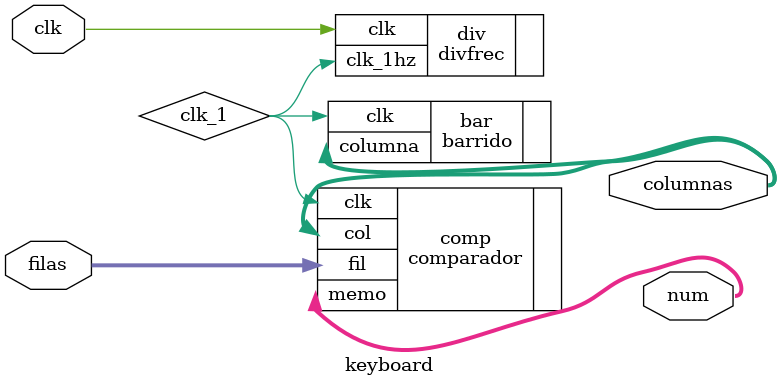
<source format=v>
module keyboard (clk,filas,columnas, num);

input clk;
input  [3:0]filas;
output [3:0]columnas; 
output [4:0]num;

wire clk_1;

divfrec div(.clk(clk), .clk_1hz(clk_1));
barrido bar(.clk(clk_1), .columna(columnas));
comparador comp (.clk(clk_1),.fil(filas),.col(columnas),.memo(num));

endmodule 
</source>
